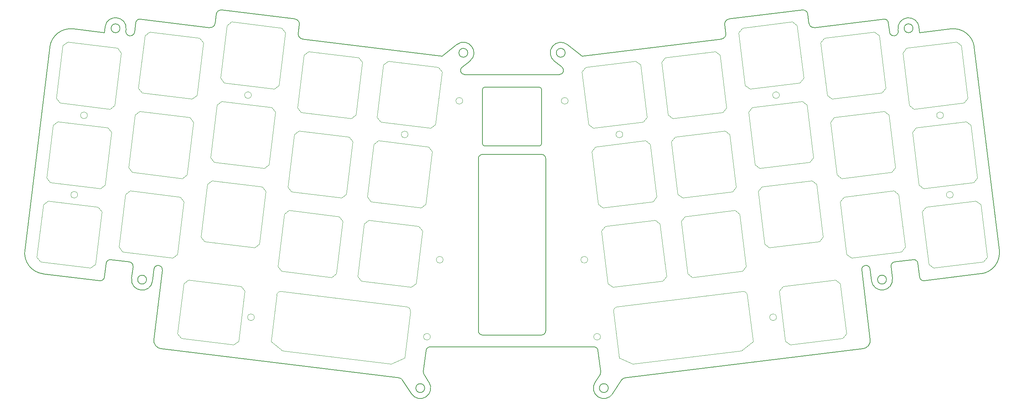
<source format=gm1>
G04 #@! TF.GenerationSoftware,KiCad,Pcbnew,7.0.10-7.0.10~ubuntu23.04.1*
G04 #@! TF.CreationDate,2024-02-22T03:40:20+00:00*
G04 #@! TF.ProjectId,plate,706c6174-652e-46b6-9963-61645f706362,1.0*
G04 #@! TF.SameCoordinates,Original*
G04 #@! TF.FileFunction,Profile,NP*
%FSLAX46Y46*%
G04 Gerber Fmt 4.6, Leading zero omitted, Abs format (unit mm)*
G04 Created by KiCad (PCBNEW 7.0.10-7.0.10~ubuntu23.04.1) date 2024-02-22 03:40:20*
%MOMM*%
%LPD*%
G01*
G04 APERTURE LIST*
G04 #@! TA.AperFunction,Profile*
%ADD10C,0.200000*%
G04 #@! TD*
G04 #@! TA.AperFunction,Profile*
%ADD11C,0.050000*%
G04 #@! TD*
G04 APERTURE END LIST*
D10*
X77682917Y-58995632D02*
X95052477Y-61128345D01*
X130002631Y-69966074D02*
X133525011Y-67208887D01*
X243493502Y-122541636D02*
G75*
G03*
X244607885Y-123412317I992598J121936D01*
G01*
X173443954Y-146544944D02*
X230025537Y-139597600D01*
X153139472Y-91358057D02*
X140139472Y-91358057D01*
X50197233Y-119273574D02*
X49795467Y-122545699D01*
X30863549Y-116191113D02*
G75*
G03*
X35216943Y-121763192I4962551J-609487D01*
G01*
X136609867Y-71143852D02*
G75*
G03*
X133525011Y-67208887I-1542467J1967452D01*
G01*
X166363422Y-147599714D02*
G75*
G03*
X170552210Y-150329837I2094378J-1365086D01*
G01*
X136117430Y-69176357D02*
G75*
G03*
X134017430Y-69176357I-1050000J0D01*
G01*
X134017430Y-69176357D02*
G75*
G03*
X136117430Y-69176357I1050000J0D01*
G01*
X51311653Y-118402862D02*
G75*
G03*
X50197234Y-119273574I-121953J-992438D01*
G01*
X61558128Y-120668517D02*
X61215624Y-123457990D01*
X122736741Y-150333918D02*
X120560880Y-146995520D01*
X55746721Y-65124164D02*
X55826748Y-65133990D01*
X258071990Y-121759108D02*
G75*
G03*
X262425377Y-116187055I-609190J4962608D01*
G01*
X96097289Y-62465643D02*
X95839839Y-64562398D01*
X230025536Y-139597589D02*
G75*
G03*
X231766889Y-137368768I-243736J1985089D01*
G01*
X127205790Y-139149902D02*
X166082638Y-139146364D01*
X243493469Y-122541640D02*
X243091703Y-119269515D01*
X54876034Y-64009747D02*
G75*
G03*
X55746721Y-65124163I992566J-121853D01*
G01*
X61522046Y-137372827D02*
X63543155Y-120912212D01*
X56595463Y-120059178D02*
G75*
G03*
X55724720Y-118944754I-992663J121778D01*
G01*
X56252893Y-122848643D02*
X56595397Y-120059170D01*
X217200710Y-62133147D02*
G75*
G03*
X218538067Y-63177949I1191290J146547D01*
G01*
X63263399Y-139601659D02*
X119844982Y-146549003D01*
X243356838Y-63035489D02*
G75*
G03*
X238368964Y-63647923I-2493938J-306211D01*
G01*
X232073312Y-123453931D02*
X231730808Y-120664458D01*
X74750870Y-63182004D02*
G75*
G03*
X76088171Y-62137199I146130J1191204D01*
G01*
X196404283Y-65895631D02*
G75*
G03*
X197449097Y-64558339I-146083J1190931D01*
G01*
X232073347Y-123453927D02*
G75*
G03*
X237036042Y-122844584I2481353J304627D01*
G01*
X140139472Y-77358057D02*
X153139472Y-77358057D01*
X95839848Y-64562399D02*
G75*
G03*
X96884652Y-65899695I1190852J-146401D01*
G01*
X134779321Y-72573626D02*
G75*
G03*
X135394999Y-74361699I615579J-788074D01*
G01*
X96097284Y-62465642D02*
G75*
G03*
X95052475Y-61128345I-1191184J146142D01*
G01*
X256488493Y-67835015D02*
X262425377Y-116187055D01*
X159271506Y-69172298D02*
G75*
G03*
X157171506Y-69172298I-1050000J0D01*
G01*
X157171506Y-69172298D02*
G75*
G03*
X159271506Y-69172298I1050000J0D01*
G01*
X154640692Y-94348132D02*
X154640691Y-135348130D01*
X135394999Y-74361699D02*
X157895290Y-74358473D01*
X243523049Y-64389422D02*
X250916415Y-63481631D01*
X153640692Y-136348133D02*
X139640692Y-136348133D01*
X136609849Y-71143829D02*
X134779303Y-72573604D01*
X54919971Y-63651982D02*
G75*
G03*
X49932129Y-63039552I-2493921J306212D01*
G01*
X218538067Y-63177950D02*
X234959918Y-61161600D01*
X56252895Y-122848643D02*
G75*
G03*
X61215624Y-123457990I2481365J-304667D01*
G01*
X161709203Y-68729846D02*
X163286305Y-69962015D01*
X42372521Y-63485690D02*
X49765887Y-64393481D01*
X58329012Y-61165708D02*
G75*
G03*
X57214603Y-62036336I-121912J-992492D01*
G01*
X127205790Y-139149882D02*
G75*
G03*
X126214751Y-140017014I110J-1000018D01*
G01*
X237564220Y-118940724D02*
G75*
G03*
X236693540Y-120055111I121780J-992476D01*
G01*
X159763925Y-67204825D02*
X161709203Y-68729846D01*
X42372519Y-63485705D02*
G75*
G03*
X36800443Y-67839074I-609219J-4962895D01*
G01*
X138640767Y-135348132D02*
G75*
G03*
X139640692Y-136348133I1000233J232D01*
G01*
X197449097Y-64558339D02*
X197191647Y-62461584D01*
X236693539Y-120055111D02*
X237036043Y-122844584D01*
X235604679Y-123149257D02*
G75*
G03*
X233504677Y-123149257I-1050001J0D01*
G01*
X233504677Y-123149257D02*
G75*
G03*
X235604679Y-123149257I1050001J0D01*
G01*
X58329018Y-61165659D02*
X74750869Y-63182009D01*
X153639543Y-77858057D02*
G75*
G03*
X153139472Y-77358057I-500043J-43D01*
G01*
X258071993Y-121759133D02*
X244607885Y-123412317D01*
X236074307Y-62032280D02*
G75*
G03*
X234959918Y-61161601I-992507J-121820D01*
G01*
X172728056Y-146991461D02*
X170552195Y-150329859D01*
X153639472Y-77858057D02*
X153639472Y-90858057D01*
X48681051Y-123416373D02*
G75*
G03*
X49795467Y-122545699I121849J992573D01*
G01*
X55826750Y-65133972D02*
G75*
G03*
X56941164Y-64263313I121850J992572D01*
G01*
X167073850Y-140013399D02*
X167747194Y-145032513D01*
X236347789Y-64259252D02*
G75*
G03*
X237462188Y-65129931I992611J121952D01*
G01*
X139640692Y-93348132D02*
X153640692Y-93348132D01*
X167073852Y-140013399D02*
G75*
G03*
X166082638Y-139146364I-991152J-133001D01*
G01*
X198236459Y-61124286D02*
X215606019Y-58991573D01*
X125881141Y-148968822D02*
G75*
G03*
X123781139Y-148968822I-1050001J0D01*
G01*
X123781139Y-148968822D02*
G75*
G03*
X125881141Y-148968822I1050001J0D01*
G01*
X241912885Y-63341708D02*
G75*
G03*
X239812885Y-63341708I-1050000J0D01*
G01*
X239812885Y-63341708D02*
G75*
G03*
X241912885Y-63341708I1050000J0D01*
G01*
X238368963Y-63647923D02*
X238412891Y-64005689D01*
X236074334Y-62032277D02*
X236347772Y-64259254D01*
X139640692Y-93348092D02*
G75*
G03*
X138640692Y-94348132I8J-1000008D01*
G01*
X256488543Y-67835009D02*
G75*
G03*
X250916415Y-63481632I-4962843J-609491D01*
G01*
X122736732Y-150333891D02*
G75*
G03*
X126925554Y-147603747I2094438J1365031D01*
G01*
X96884652Y-65899696D02*
X130002631Y-69966074D01*
X163286305Y-69962015D02*
X196404284Y-65895637D01*
X153139472Y-91358072D02*
G75*
G03*
X153639472Y-90858057I28J499972D01*
G01*
X243091677Y-119269518D02*
G75*
G03*
X241977287Y-118398839I-992477J-121782D01*
G01*
X154640668Y-94348132D02*
G75*
G03*
X153640692Y-93348132I-999968J32D01*
G01*
X166363381Y-147599689D02*
X167593882Y-145711350D01*
X159763919Y-67204835D02*
G75*
G03*
X156679087Y-71139770I-1542419J-1967465D01*
G01*
X139639472Y-90858057D02*
X139639472Y-77858057D01*
X157895290Y-74358488D02*
G75*
G03*
X158510700Y-72570378I-90J999988D01*
G01*
X169507797Y-148964763D02*
G75*
G03*
X167407795Y-148964763I-1050001J0D01*
G01*
X167407795Y-148964763D02*
G75*
G03*
X169507797Y-148964763I1050001J0D01*
G01*
X48681051Y-123416376D02*
X35216943Y-121763192D01*
X237564216Y-118940695D02*
X241977287Y-118398838D01*
X51311649Y-118402897D02*
X55724720Y-118944754D01*
X125541773Y-145036576D02*
G75*
G03*
X125695054Y-145715409I991127J-132924D01*
G01*
X125695054Y-145715409D02*
X126925555Y-147603748D01*
X54876045Y-64009748D02*
X54919973Y-63651982D01*
X173443957Y-146544965D02*
G75*
G03*
X172728057Y-146991461I121843J-992535D01*
G01*
X216943315Y-60036384D02*
X217200764Y-62133140D01*
X231730816Y-120664421D02*
G75*
G03*
X229745781Y-120908153I-992516J-121879D01*
G01*
X243522605Y-64385805D02*
X243356807Y-63035493D01*
X167593876Y-145711346D02*
G75*
G03*
X167747194Y-145032513I-837776J545946D01*
G01*
X61522050Y-137372828D02*
G75*
G03*
X63263399Y-139601659I1985050J-243772D01*
G01*
X138640692Y-135348132D02*
X138640692Y-94348132D01*
X198236459Y-61124267D02*
G75*
G03*
X197191648Y-62461584I146341J-1191133D01*
G01*
X237462188Y-65129931D02*
X237542215Y-65120105D01*
X76088172Y-62137199D02*
X76345621Y-60040443D01*
X59784259Y-123153316D02*
G75*
G03*
X57684257Y-123153316I-1050001J0D01*
G01*
X57684257Y-123153316D02*
G75*
G03*
X59784259Y-123153316I1050001J0D01*
G01*
X125541742Y-145036572D02*
X126214750Y-140017014D01*
X56941164Y-64263313D02*
X57214602Y-62036336D01*
X120560891Y-146995513D02*
G75*
G03*
X119844982Y-146549003I-837791J-546087D01*
G01*
X158510700Y-72570378D02*
X156679087Y-71139770D01*
X139639543Y-90858057D02*
G75*
G03*
X140139472Y-91358057I499957J-43D01*
G01*
X53476051Y-63345767D02*
G75*
G03*
X51376051Y-63345767I-1050000J0D01*
G01*
X51376051Y-63345767D02*
G75*
G03*
X53476051Y-63345767I1050000J0D01*
G01*
X153640692Y-136348191D02*
G75*
G03*
X154640691Y-135348130I-92J1000091D01*
G01*
X140139472Y-77358072D02*
G75*
G03*
X139639472Y-77858057I28J-500028D01*
G01*
X30863559Y-116191114D02*
X36800443Y-67839074D01*
X49932129Y-63039552D02*
X49766331Y-64389864D01*
X216943396Y-60036375D02*
G75*
G03*
X215606019Y-58991574I-1191196J-146425D01*
G01*
X237542212Y-65120078D02*
G75*
G03*
X238412891Y-64005689I-121912J992578D01*
G01*
X229745781Y-120908153D02*
X231766890Y-137368768D01*
X63543082Y-120912203D02*
G75*
G03*
X61558132Y-120668481I-992482J121803D01*
G01*
X77682925Y-58995569D02*
G75*
G03*
X76345622Y-60040444I-146025J-1191331D01*
G01*
D11*
X199603329Y-106673651D02*
X187692775Y-108136083D01*
X199603329Y-106673651D02*
X200717744Y-107544328D01*
X186822098Y-109250499D02*
X187692775Y-108136083D01*
X186822098Y-109250499D02*
X188357652Y-121756580D01*
X202253298Y-120050409D02*
X200717744Y-107544328D01*
X188357652Y-121756580D02*
X189472067Y-122627257D01*
X201382621Y-121164825D02*
X202253298Y-120050409D01*
X189472067Y-122627257D02*
X201382621Y-121164825D01*
X217930931Y-99625039D02*
X206020377Y-101087471D01*
X217930931Y-99625039D02*
X219045346Y-100495716D01*
X205149700Y-102201887D02*
X206020377Y-101087471D01*
X205149700Y-102201887D02*
X206685254Y-114707968D01*
X220580900Y-113001797D02*
X219045346Y-100495716D01*
X206685254Y-114707968D02*
X207799669Y-115578645D01*
X219710223Y-114116213D02*
X220580900Y-113001797D01*
X207799669Y-115578645D02*
X219710223Y-114116213D01*
X127218141Y-136750673D02*
G75*
G03*
X125618141Y-136750673I-800000J0D01*
G01*
X125618141Y-136750673D02*
G75*
G03*
X127218141Y-136750673I800000J0D01*
G01*
X115447549Y-85670428D02*
X127358103Y-87132860D01*
X115447549Y-85670428D02*
X114576872Y-84556012D01*
X128472518Y-86262183D02*
X127358103Y-87132860D01*
X128472518Y-86262183D02*
X130008072Y-73756102D01*
X116112426Y-72049931D02*
X114576872Y-84556012D01*
X130008072Y-73756102D02*
X129137395Y-72641686D01*
X117226841Y-71179254D02*
X116112426Y-72049931D01*
X129137395Y-72641686D02*
X117226841Y-71179254D01*
X113125938Y-104578432D02*
X125036492Y-106040864D01*
X113125938Y-104578432D02*
X112255261Y-103464016D01*
X126150907Y-105170187D02*
X125036492Y-106040864D01*
X126150907Y-105170187D02*
X127686461Y-92664106D01*
X113790815Y-90957935D02*
X112255261Y-103464016D01*
X127686461Y-92664106D02*
X126815784Y-91549690D01*
X114905230Y-90087258D02*
X113790815Y-90957935D01*
X126815784Y-91549690D02*
X114905230Y-90087258D01*
X68634230Y-124102220D02*
X67171798Y-136012774D01*
X68634230Y-124102220D02*
X69748646Y-123231543D01*
X68042475Y-137127189D02*
X67171798Y-136012774D01*
X68042475Y-137127189D02*
X80548556Y-138662743D01*
X82254727Y-124767097D02*
X69748646Y-123231543D01*
X80548556Y-138662743D02*
X81662972Y-137792066D01*
X83125404Y-125881512D02*
X82254727Y-124767097D01*
X81662972Y-137792066D02*
X83125404Y-125881512D01*
X237419338Y-102030429D02*
X225508784Y-103492861D01*
X237419338Y-102030429D02*
X238533753Y-102901106D01*
X224638107Y-104607277D02*
X225508784Y-103492861D01*
X224638107Y-104607277D02*
X226173661Y-117113358D01*
X240069307Y-115407187D02*
X238533753Y-102901106D01*
X226173661Y-117113358D02*
X227288076Y-117984035D01*
X239198630Y-116521603D02*
X240069307Y-115407187D01*
X227288076Y-117984035D02*
X239198630Y-116521603D01*
X134909977Y-80607062D02*
G75*
G03*
X133309977Y-80607062I-800000J0D01*
G01*
X133309977Y-80607062D02*
G75*
G03*
X134909977Y-80607062I800000J0D01*
G01*
X235097727Y-83122425D02*
X223187173Y-84584857D01*
X235097727Y-83122425D02*
X236212142Y-83993102D01*
X222316496Y-85699273D02*
X223187173Y-84584857D01*
X222316496Y-85699273D02*
X223852050Y-98205354D01*
X237747696Y-96499183D02*
X236212142Y-83993102D01*
X223852050Y-98205354D02*
X224966465Y-99076031D01*
X236877019Y-97613599D02*
X237747696Y-96499183D01*
X224966465Y-99076031D02*
X236877019Y-97613599D01*
X45725417Y-84051437D02*
G75*
G03*
X44125417Y-84051437I-800000J0D01*
G01*
X44125417Y-84051437D02*
G75*
G03*
X45725417Y-84051437I800000J0D01*
G01*
X85403971Y-132111164D02*
G75*
G03*
X83803971Y-132111164I-800000J0D01*
G01*
X83803971Y-132111164D02*
G75*
G03*
X85403971Y-132111164I800000J0D01*
G01*
X130266755Y-118423073D02*
G75*
G03*
X128666755Y-118423073I-800000J0D01*
G01*
X128666755Y-118423073D02*
G75*
G03*
X130266755Y-118423073I800000J0D01*
G01*
X84702227Y-79240652D02*
G75*
G03*
X83102227Y-79240652I-800000J0D01*
G01*
X83102227Y-79240652D02*
G75*
G03*
X84702227Y-79240652I800000J0D01*
G01*
X54080315Y-116521603D02*
X65990869Y-117984035D01*
X54080315Y-116521603D02*
X53209638Y-115407187D01*
X67105284Y-117113358D02*
X65990869Y-117984035D01*
X67105284Y-117113358D02*
X68640838Y-104607277D01*
X54745192Y-102901106D02*
X53209638Y-115407187D01*
X68640838Y-104607277D02*
X67770161Y-103492861D01*
X55859607Y-102030429D02*
X54745192Y-102901106D01*
X67770161Y-103492861D02*
X55859607Y-102030429D01*
X180695325Y-108995262D02*
X168784771Y-110457694D01*
X180695325Y-108995262D02*
X181809740Y-109865939D01*
X167914094Y-111572110D02*
X168784771Y-110457694D01*
X167914094Y-111572110D02*
X169449648Y-124078191D01*
X183345294Y-122372020D02*
X181809740Y-109865939D01*
X169449648Y-124078191D02*
X170564063Y-124948868D01*
X182474617Y-123486436D02*
X183345294Y-122372020D01*
X170564063Y-124948868D02*
X182474617Y-123486436D01*
X96539545Y-83348817D02*
X108450099Y-84811249D01*
X96539545Y-83348817D02*
X95668868Y-82234401D01*
X109564514Y-83940572D02*
X108450099Y-84811249D01*
X109564514Y-83940572D02*
X111100068Y-71434491D01*
X97204422Y-69728320D02*
X95668868Y-82234401D01*
X111100068Y-71434491D02*
X110229391Y-70320075D01*
X98318837Y-68857643D02*
X97204422Y-69728320D01*
X110229391Y-70320075D02*
X98318837Y-68857643D01*
X110804327Y-123486436D02*
X122714881Y-124948868D01*
X110804327Y-123486436D02*
X109933650Y-122372020D01*
X123829296Y-124078191D02*
X122714881Y-124948868D01*
X123829296Y-124078191D02*
X125364850Y-111572110D01*
X111469204Y-109865939D02*
X109933650Y-122372020D01*
X125364850Y-111572110D02*
X124494173Y-110457694D01*
X112583619Y-108995262D02*
X111469204Y-109865939D01*
X124494173Y-110457694D02*
X112583619Y-108995262D01*
X89364062Y-137909493D02*
X90722905Y-126842603D01*
X89364062Y-137909493D02*
X92122335Y-140061684D01*
X91837320Y-125971926D02*
X121613705Y-129628007D01*
X117928535Y-143230287D02*
X92122335Y-140061684D01*
X122484382Y-130742422D02*
X121125539Y-141809312D01*
X121125539Y-141809312D02*
X117928535Y-143230287D01*
X91837320Y-125971927D02*
G75*
G03*
X90722906Y-126842603I-121870J-992544D01*
G01*
X122484381Y-130742422D02*
G75*
G03*
X121613705Y-129628008I-992545J121869D01*
G01*
X36913519Y-100018989D02*
X48824073Y-101481421D01*
X36913519Y-100018989D02*
X36042842Y-98904573D01*
X49938488Y-100610744D02*
X48824073Y-101481421D01*
X49938488Y-100610744D02*
X51474042Y-88104663D01*
X37578396Y-86398492D02*
X36042842Y-98904573D01*
X51474042Y-88104663D02*
X50603365Y-86990247D01*
X38692811Y-85527815D02*
X37578396Y-86398492D01*
X50603365Y-86990247D02*
X38692811Y-85527815D01*
X232776116Y-64214421D02*
X220865562Y-65676853D01*
X232776116Y-64214421D02*
X233890531Y-65085098D01*
X219994885Y-66791269D02*
X220865562Y-65676853D01*
X219994885Y-66791269D02*
X221530439Y-79297350D01*
X235426085Y-77591179D02*
X233890531Y-65085098D01*
X221530439Y-79297350D02*
X222644854Y-80168027D01*
X234555408Y-78705595D02*
X235426085Y-77591179D01*
X222644854Y-80168027D02*
X234555408Y-78705595D01*
X252264523Y-66619811D02*
X240353969Y-68082243D01*
X252264523Y-66619811D02*
X253378938Y-67490488D01*
X239483292Y-69196659D02*
X240353969Y-68082243D01*
X239483292Y-69196659D02*
X241018846Y-81702740D01*
X254914492Y-79996569D02*
X253378938Y-67490488D01*
X241018846Y-81702740D02*
X242133261Y-82573417D01*
X254043815Y-81110985D02*
X254914492Y-79996569D01*
X242133261Y-82573417D02*
X254043815Y-81110985D01*
X56401926Y-97613599D02*
X68312480Y-99076031D01*
X56401926Y-97613599D02*
X55531249Y-96499183D01*
X69426895Y-98205354D02*
X68312480Y-99076031D01*
X69426895Y-98205354D02*
X70962449Y-85699273D01*
X57066803Y-83993102D02*
X55531249Y-96499183D01*
X70962449Y-85699273D02*
X70091772Y-84584857D01*
X58181218Y-83122425D02*
X57066803Y-83993102D01*
X70091772Y-84584857D02*
X58181218Y-83122425D01*
X39235130Y-81110985D02*
X51145684Y-82573417D01*
X39235130Y-81110985D02*
X38364453Y-79996569D01*
X52260099Y-81702740D02*
X51145684Y-82573417D01*
X52260099Y-81702740D02*
X53795653Y-69196659D01*
X39900007Y-67490488D02*
X38364453Y-79996569D01*
X53795653Y-69196659D02*
X52924976Y-68082243D01*
X41014422Y-66619811D02*
X39900007Y-67490488D01*
X52924976Y-68082243D02*
X41014422Y-66619811D01*
X159968967Y-80607062D02*
G75*
G03*
X158368967Y-80607062I-800000J0D01*
G01*
X158368967Y-80607062D02*
G75*
G03*
X159968967Y-80607062I800000J0D01*
G01*
X58723537Y-78705595D02*
X70634091Y-80168027D01*
X58723537Y-78705595D02*
X57852860Y-77591179D01*
X71748506Y-79297350D02*
X70634091Y-80168027D01*
X71748506Y-79297350D02*
X73284060Y-66791269D01*
X59388414Y-65085098D02*
X57852860Y-77591179D01*
X73284060Y-66791269D02*
X72413383Y-65676853D01*
X60502829Y-64214421D02*
X59388414Y-65085098D01*
X72413383Y-65676853D02*
X60502829Y-64214421D01*
X75890333Y-95208209D02*
X87800887Y-96670641D01*
X75890333Y-95208209D02*
X75019656Y-94093793D01*
X88915302Y-95799964D02*
X87800887Y-96670641D01*
X88915302Y-95799964D02*
X90450856Y-83293883D01*
X76555210Y-81587712D02*
X75019656Y-94093793D01*
X90450856Y-83293883D02*
X89580179Y-82179467D01*
X77669625Y-80717035D02*
X76555210Y-81587712D01*
X89580179Y-82179467D02*
X77669625Y-80717035D01*
X164612189Y-118423073D02*
G75*
G03*
X163012189Y-118423073I-800000J0D01*
G01*
X163012189Y-118423073D02*
G75*
G03*
X164612189Y-118423073I800000J0D01*
G01*
X256909113Y-104432605D02*
X244998559Y-105895037D01*
X256909113Y-104432605D02*
X258023528Y-105303282D01*
X244127882Y-107009453D02*
X244998559Y-105895037D01*
X244127882Y-107009453D02*
X245663436Y-119515534D01*
X259559082Y-117809363D02*
X258023528Y-105303282D01*
X245663436Y-119515534D02*
X246777851Y-120386211D01*
X258688405Y-118923779D02*
X259559082Y-117809363D01*
X246777851Y-120386211D02*
X258688405Y-118923779D01*
X210176717Y-79240652D02*
G75*
G03*
X208576717Y-79240652I-800000J0D01*
G01*
X208576717Y-79240652D02*
G75*
G03*
X210176717Y-79240652I800000J0D01*
G01*
X43403801Y-102959440D02*
G75*
G03*
X41803801Y-102959440I-800000J0D01*
G01*
X41803801Y-102959440D02*
G75*
G03*
X43403801Y-102959440I800000J0D01*
G01*
X34598076Y-118927813D02*
X46508630Y-120390245D01*
X34598076Y-118927813D02*
X33727399Y-117813397D01*
X47623045Y-119519568D02*
X46508630Y-120390245D01*
X47623045Y-119519568D02*
X49158599Y-107013487D01*
X35262953Y-105307316D02*
X33727399Y-117813397D01*
X49158599Y-107013487D02*
X48287922Y-105899071D01*
X36377368Y-104436639D02*
X35262953Y-105307316D01*
X48287922Y-105899071D02*
X36377368Y-104436639D01*
X91896323Y-121164825D02*
X103806877Y-122627257D01*
X91896323Y-121164825D02*
X91025646Y-120050409D01*
X104921292Y-121756580D02*
X103806877Y-122627257D01*
X104921292Y-121756580D02*
X106456846Y-109250499D01*
X92561200Y-107544328D02*
X91025646Y-120050409D01*
X106456846Y-109250499D02*
X105586169Y-108136083D01*
X93675615Y-106673651D02*
X92561200Y-107544328D01*
X105586169Y-108136083D02*
X93675615Y-106673651D01*
X249153527Y-84051437D02*
G75*
G03*
X247553527Y-84051437I-800000J0D01*
G01*
X247553527Y-84051437D02*
G75*
G03*
X249153527Y-84051437I800000J0D01*
G01*
X172153405Y-141809312D02*
X170794562Y-130742422D01*
X172153405Y-141809312D02*
X175350409Y-143230287D01*
X171665239Y-129628007D02*
X201441624Y-125971926D01*
X201156609Y-140061684D02*
X175350409Y-143230287D01*
X202556039Y-126842603D02*
X203914882Y-137909493D01*
X203914882Y-137909493D02*
X201156609Y-140061684D01*
X171665239Y-129628008D02*
G75*
G03*
X170794563Y-130742422I121868J-992544D01*
G01*
X202556039Y-126842603D02*
G75*
G03*
X201441624Y-125971927I-992546J-121870D01*
G01*
X73568722Y-114116213D02*
X85479276Y-115578645D01*
X73568722Y-114116213D02*
X72698045Y-113001797D01*
X86593691Y-114707968D02*
X85479276Y-115578645D01*
X86593691Y-114707968D02*
X88129245Y-102201887D01*
X74233599Y-100495716D02*
X72698045Y-113001797D01*
X88129245Y-102201887D02*
X87258568Y-101087471D01*
X75348014Y-99625039D02*
X74233599Y-100495716D01*
X87258568Y-101087471D02*
X75348014Y-99625039D01*
X254586134Y-85527815D02*
X242675580Y-86990247D01*
X254586134Y-85527815D02*
X255700549Y-86398492D01*
X241804903Y-88104663D02*
X242675580Y-86990247D01*
X241804903Y-88104663D02*
X243340457Y-100610744D01*
X257236103Y-98904573D02*
X255700549Y-86398492D01*
X243340457Y-100610744D02*
X244454872Y-101481421D01*
X256365426Y-100018989D02*
X257236103Y-98904573D01*
X244454872Y-101481421D02*
X256365426Y-100018989D01*
X176052103Y-71179254D02*
X164141549Y-72641686D01*
X176052103Y-71179254D02*
X177166518Y-72049931D01*
X163270872Y-73756102D02*
X164141549Y-72641686D01*
X163270872Y-73756102D02*
X164806426Y-86262183D01*
X178702072Y-84556012D02*
X177166518Y-72049931D01*
X164806426Y-86262183D02*
X165920841Y-87132860D01*
X177831395Y-85670428D02*
X178702072Y-84556012D01*
X165920841Y-87132860D02*
X177831395Y-85670428D01*
X197281718Y-87765647D02*
X185371164Y-89228079D01*
X197281718Y-87765647D02*
X198396133Y-88636324D01*
X184500487Y-90342495D02*
X185371164Y-89228079D01*
X184500487Y-90342495D02*
X186036041Y-102848576D01*
X199931687Y-101142405D02*
X198396133Y-88636324D01*
X186036041Y-102848576D02*
X187150456Y-103719253D01*
X199061010Y-102256821D02*
X199931687Y-101142405D01*
X187150456Y-103719253D02*
X199061010Y-102256821D01*
X209474973Y-132111164D02*
G75*
G03*
X207874973Y-132111164I-800000J0D01*
G01*
X207874973Y-132111164D02*
G75*
G03*
X209474973Y-132111164I800000J0D01*
G01*
X178373714Y-90087258D02*
X166463160Y-91549690D01*
X178373714Y-90087258D02*
X179488129Y-90957935D01*
X165592483Y-92664106D02*
X166463160Y-91549690D01*
X165592483Y-92664106D02*
X167128037Y-105170187D01*
X181023683Y-103464016D02*
X179488129Y-90957935D01*
X167128037Y-105170187D02*
X168242452Y-106040864D01*
X180153006Y-104578432D02*
X181023683Y-103464016D01*
X168242452Y-106040864D02*
X180153006Y-104578432D01*
X213287709Y-61809031D02*
X201377155Y-63271463D01*
X213287709Y-61809031D02*
X214402124Y-62679708D01*
X200506478Y-64385879D02*
X201377155Y-63271463D01*
X200506478Y-64385879D02*
X202042032Y-76891960D01*
X215937678Y-75185789D02*
X214402124Y-62679708D01*
X202042032Y-76891960D02*
X203156447Y-77762637D01*
X215067001Y-76300205D02*
X215937678Y-75185789D01*
X203156447Y-77762637D02*
X215067001Y-76300205D01*
X194960107Y-68857643D02*
X183049553Y-70320075D01*
X194960107Y-68857643D02*
X196074522Y-69728320D01*
X182178876Y-71434491D02*
X183049553Y-70320075D01*
X182178876Y-71434491D02*
X183714430Y-83940572D01*
X197610076Y-82234401D02*
X196074522Y-69728320D01*
X183714430Y-83940572D02*
X184828845Y-84811249D01*
X196739399Y-83348817D02*
X197610076Y-82234401D01*
X184828845Y-84811249D02*
X196739399Y-83348817D01*
X210153540Y-125881512D02*
X211615972Y-137792066D01*
X210153540Y-125881512D02*
X211024217Y-124767097D01*
X212730388Y-138662743D02*
X211615972Y-137792066D01*
X212730388Y-138662743D02*
X225236469Y-137127189D01*
X223530298Y-123231543D02*
X211024217Y-124767097D01*
X225236469Y-137127189D02*
X226107146Y-136012774D01*
X224644714Y-124102220D02*
X223530298Y-123231543D01*
X226107146Y-136012774D02*
X224644714Y-124102220D01*
X121931670Y-88610059D02*
G75*
G03*
X120331670Y-88610059I-800000J0D01*
G01*
X120331670Y-88610059D02*
G75*
G03*
X121931670Y-88610059I800000J0D01*
G01*
X172947274Y-88610059D02*
G75*
G03*
X171347274Y-88610059I-800000J0D01*
G01*
X171347274Y-88610059D02*
G75*
G03*
X172947274Y-88610059I800000J0D01*
G01*
X167660803Y-136750673D02*
G75*
G03*
X166060803Y-136750673I-800000J0D01*
G01*
X166060803Y-136750673D02*
G75*
G03*
X167660803Y-136750673I800000J0D01*
G01*
X78211944Y-76300205D02*
X90122498Y-77762637D01*
X78211944Y-76300205D02*
X77341267Y-75185789D01*
X91236913Y-76891960D02*
X90122498Y-77762637D01*
X91236913Y-76891960D02*
X92772467Y-64385879D01*
X78876821Y-62679708D02*
X77341267Y-75185789D01*
X92772467Y-64385879D02*
X91901790Y-63271463D01*
X79991236Y-61809031D02*
X78876821Y-62679708D01*
X91901790Y-63271463D02*
X79991236Y-61809031D01*
X94217934Y-102256821D02*
X106128488Y-103719253D01*
X94217934Y-102256821D02*
X93347257Y-101142405D01*
X107242903Y-102848576D02*
X106128488Y-103719253D01*
X107242903Y-102848576D02*
X108778457Y-90342495D01*
X94882811Y-88636324D02*
X93347257Y-101142405D01*
X108778457Y-90342495D02*
X107907780Y-89228079D01*
X95997226Y-87765647D02*
X94882811Y-88636324D01*
X107907780Y-89228079D02*
X95997226Y-87765647D01*
X251475143Y-102959440D02*
G75*
G03*
X249875143Y-102959440I-800000J0D01*
G01*
X249875143Y-102959440D02*
G75*
G03*
X251475143Y-102959440I800000J0D01*
G01*
X215609320Y-80717035D02*
X203698766Y-82179467D01*
X215609320Y-80717035D02*
X216723735Y-81587712D01*
X202828089Y-83293883D02*
X203698766Y-82179467D01*
X202828089Y-83293883D02*
X204363643Y-95799964D01*
X218259289Y-94093793D02*
X216723735Y-81587712D01*
X204363643Y-95799964D02*
X205478058Y-96670641D01*
X217388612Y-95208209D02*
X218259289Y-94093793D01*
X205478058Y-96670641D02*
X217388612Y-95208209D01*
M02*

</source>
